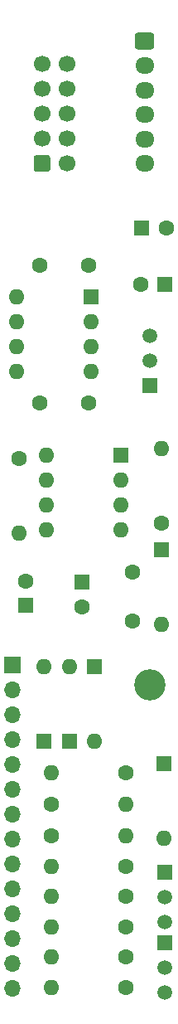
<source format=gbr>
%TF.GenerationSoftware,KiCad,Pcbnew,5.1.9+dfsg1-1~bpo10+1*%
%TF.CreationDate,2022-02-04T08:42:55+08:00*%
%TF.ProjectId,MiniADSR 1.0.1 - Main,4d696e69-4144-4535-9220-312e302e3120,rev?*%
%TF.SameCoordinates,Original*%
%TF.FileFunction,Soldermask,Top*%
%TF.FilePolarity,Negative*%
%FSLAX46Y46*%
G04 Gerber Fmt 4.6, Leading zero omitted, Abs format (unit mm)*
G04 Created by KiCad (PCBNEW 5.1.9+dfsg1-1~bpo10+1) date 2022-02-04 08:42:55*
%MOMM*%
%LPD*%
G01*
G04 APERTURE LIST*
%ADD10C,1.700000*%
%ADD11O,1.950000X1.700000*%
%ADD12C,1.600000*%
%ADD13O,1.600000X1.600000*%
%ADD14R,1.600000X1.600000*%
%ADD15R,1.700000X1.700000*%
%ADD16O,1.700000X1.700000*%
%ADD17C,3.200000*%
%ADD18C,1.500000*%
%ADD19R,1.500000X1.500000*%
G04 APERTURE END LIST*
%TO.C,J5*%
G36*
G01*
X139150000Y-69850000D02*
X139150000Y-68650000D01*
G75*
G02*
X139400000Y-68400000I250000J0D01*
G01*
X140600000Y-68400000D01*
G75*
G02*
X140850000Y-68650000I0J-250000D01*
G01*
X140850000Y-69850000D01*
G75*
G02*
X140600000Y-70100000I-250000J0D01*
G01*
X139400000Y-70100000D01*
G75*
G02*
X139150000Y-69850000I0J250000D01*
G01*
G37*
D10*
X140000000Y-66710000D03*
X140000000Y-64170000D03*
X140000000Y-61630000D03*
X140000000Y-59090000D03*
X142540000Y-69250000D03*
X142540000Y-66710000D03*
X142540000Y-64170000D03*
X142540000Y-61630000D03*
X142540000Y-59090000D03*
%TD*%
%TO.C,J3*%
G36*
G01*
X149775000Y-55900000D02*
X151225000Y-55900000D01*
G75*
G02*
X151475000Y-56150000I0J-250000D01*
G01*
X151475000Y-57350000D01*
G75*
G02*
X151225000Y-57600000I-250000J0D01*
G01*
X149775000Y-57600000D01*
G75*
G02*
X149525000Y-57350000I0J250000D01*
G01*
X149525000Y-56150000D01*
G75*
G02*
X149775000Y-55900000I250000J0D01*
G01*
G37*
D11*
X150500000Y-59250000D03*
X150500000Y-61750000D03*
X150500000Y-64250000D03*
X150500000Y-66750000D03*
X150500000Y-69250000D03*
%TD*%
D12*
%TO.C,R7*%
X148600000Y-141000000D03*
D13*
X140980000Y-141000000D03*
%TD*%
D12*
%TO.C,C1*%
X149300000Y-111000000D03*
X149300000Y-116000000D03*
%TD*%
D13*
%TO.C,D1*%
X152500000Y-138120000D03*
D14*
X152500000Y-130500000D03*
%TD*%
D12*
%TO.C,R5*%
X152250000Y-106000000D03*
D13*
X152250000Y-98380000D03*
%TD*%
D14*
%TO.C,D2*%
X152250000Y-108675000D03*
D13*
X152250000Y-116295000D03*
%TD*%
D14*
%TO.C,U1*%
X148100000Y-99000000D03*
D13*
X140480000Y-106620000D03*
X148100000Y-101540000D03*
X140480000Y-104080000D03*
X148100000Y-104080000D03*
X140480000Y-101540000D03*
X148100000Y-106620000D03*
X140480000Y-99000000D03*
%TD*%
D12*
%TO.C,C2*%
X144100000Y-114500000D03*
D14*
X144100000Y-112000000D03*
%TD*%
D15*
%TO.C,J6*%
X137000000Y-120470000D03*
D16*
X137000000Y-123010000D03*
X137000000Y-125550000D03*
X137000000Y-128090000D03*
X137000000Y-130630000D03*
X137000000Y-133170000D03*
X137000000Y-135710000D03*
X137000000Y-138250000D03*
X137000000Y-140790000D03*
X137000000Y-143330000D03*
X137000000Y-145870000D03*
X137000000Y-148410000D03*
X137000000Y-150950000D03*
X137000000Y-153490000D03*
%TD*%
D12*
%TO.C,R3*%
X148600000Y-150300000D03*
D13*
X140980000Y-150300000D03*
%TD*%
D12*
%TO.C,R1*%
X148600000Y-153400000D03*
D13*
X140980000Y-153400000D03*
%TD*%
%TO.C,R9*%
X148620000Y-137900000D03*
D12*
X141000000Y-137900000D03*
%TD*%
D17*
%TO.C,REF\u002A\u002A*%
X151000000Y-122500000D03*
%TD*%
D13*
%TO.C,R10*%
X137700000Y-107020000D03*
D12*
X137700000Y-99400000D03*
%TD*%
%TO.C,R8*%
X148600000Y-131500000D03*
D13*
X140980000Y-131500000D03*
%TD*%
%TO.C,R6*%
X148620000Y-134700000D03*
D12*
X141000000Y-134700000D03*
%TD*%
D13*
%TO.C,R4*%
X140980000Y-144100000D03*
D12*
X148600000Y-144100000D03*
%TD*%
D13*
%TO.C,R2*%
X140980000Y-147200000D03*
D12*
X148600000Y-147200000D03*
%TD*%
D14*
%TO.C,C3*%
X138300000Y-114400000D03*
D12*
X138300000Y-111900000D03*
%TD*%
%TO.C,C4*%
X152700000Y-75800000D03*
D14*
X150200000Y-75800000D03*
%TD*%
%TO.C,C5*%
X152600000Y-81600000D03*
D12*
X150100000Y-81600000D03*
%TD*%
%TO.C,C6*%
X144750000Y-79650000D03*
X139750000Y-79650000D03*
%TD*%
%TO.C,C7*%
X139800000Y-93700000D03*
X144800000Y-93700000D03*
%TD*%
D13*
%TO.C,D3*%
X142800000Y-120630000D03*
D14*
X142800000Y-128250000D03*
%TD*%
%TO.C,D4*%
X145400000Y-120650000D03*
D13*
X145400000Y-128270000D03*
%TD*%
D14*
%TO.C,D5*%
X140200000Y-128250000D03*
D13*
X140200000Y-120630000D03*
%TD*%
%TO.C,U2*%
X137380000Y-82850000D03*
X145000000Y-90470000D03*
X137380000Y-85390000D03*
X145000000Y-87930000D03*
X137380000Y-87930000D03*
X145000000Y-85390000D03*
X137380000Y-90470000D03*
D14*
X145000000Y-82850000D03*
%TD*%
D18*
%TO.C,Q1*%
X152600000Y-144140000D03*
X152600000Y-146680000D03*
D19*
X152600000Y-141600000D03*
%TD*%
%TO.C,Q2*%
X152600000Y-148800000D03*
D18*
X152600000Y-153880000D03*
X152600000Y-151340000D03*
%TD*%
%TO.C,Q3*%
X151000000Y-89410000D03*
X151000000Y-86870000D03*
D19*
X151000000Y-91950000D03*
%TD*%
M02*

</source>
